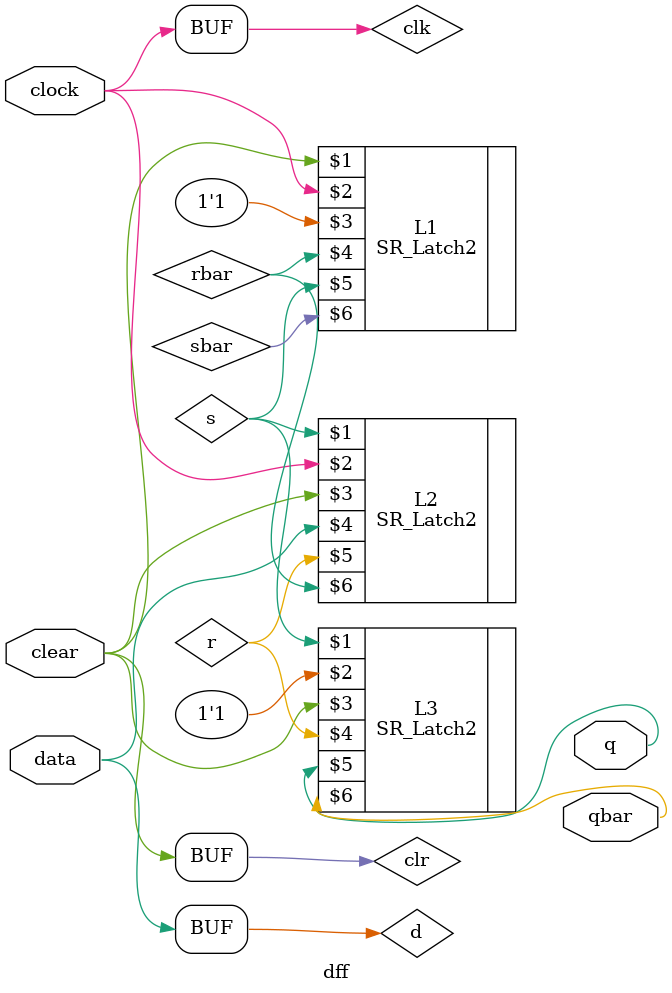
<source format=v>
/*************************************************************************** 
 ***                                                                     *** 
 *** EE 526 L Experiment #3                 Avinash Damse, Spring, 2023 *** 
 ***                                                                     *** 
 *** Experiment #3 D Flipflop                                                *** 
 ***                                                                     *** 
 *************************************************************************** 
 ***  Filename: DFF.v      Created by Avinash Damse, 15th Feb 2023  *** 
 ***    --- revision history, if any, goes here ---                      *** 
 ***************************************************************************/ 


`timescale 1 ns / 1 ns

`define PRIMARY_OUT			2		// ns  (primary output)
`define FAN_OUT_1  			0.5		// ns  (one output fanout)
`define FAN_OUT_2  			0.8		// ns  (two output fanout)
`define FAN_OUT_3  			1		// ns  (three output fanout)
`define TIME_DELAY_1		3   	// ns  (one input gates)
`define TIME_DELAY_2		4		// ns  (two input gates)
`define TIME_DELAY_3		5		// ns  (three input gates)



module dff (q, qbar, clock, data, clear);

		output q;
		output qbar;
		input clock, data, clear;
		wire dbar,d,rbar,r,clkbar,clk,cbar,clr,s,sbar;
		
	
		not #( `TIME_DELAY_1 + `FAN_OUT_1 ) NOT1(dbar,data);   //not operation
		not #( `TIME_DELAY_1 + `FAN_OUT_1 ) NOT2(clkbar,clock);  //not operation
		not #( `TIME_DELAY_1 + `FAN_OUT_1 ) NOT3(cbar,clear);   //not operation
		not #( `TIME_DELAY_1 + `FAN_OUT_1 ) NOT4(d,dbar);   //not operation
		not #( `TIME_DELAY_1 + `FAN_OUT_2 ) NOT5(clk, clkbar);   //not operation
		not #( `TIME_DELAY_1 + `FAN_OUT_3 ) NOT6(clr,cbar);   //not operation
		
		SR_Latch2 L1(clr, clk, 1'b1, rbar, s, sbar);  //SR_Latch for DFF with output s and sbar
		
		SR_Latch2 L2(s, clk, clr, d, r, rbar);    //SR_Latch for DFF with output r and rbar
		
		SR_Latch2 L3(s, 1'b1, clr, r, q, qbar);   //SR_Latch for DFF with final output q and qbar


		
		
		
endmodule

</source>
